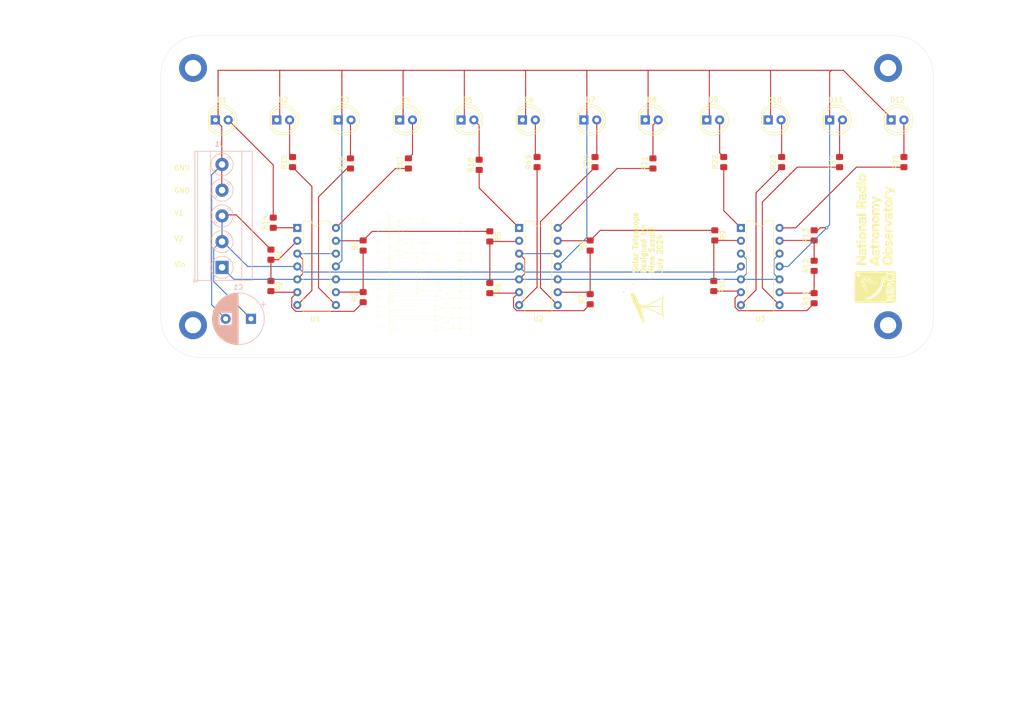
<source format=kicad_pcb>
(kicad_pcb (version 20240108) (generator "pcbnew") (generator_version "8.0")
  (title_block (title "Op amp, level comparator, LED") (date "2024-07-08") (rev "1.0") (company "National Radio Astronomy Observatory, Hina Suzuki"))
  (layers (0 "F.Cu" signal) (31 "B.Cu" signal) (34 "B.Paste" user) (35 "F.Paste" user) (36 "B.SilkS" user "B.Silkscreen") (37 "F.SilkS" user "F.Silkscreen") (38 "B.Mask" user) (39 "F.Mask" user) (44 "Edge.Cuts" user))
  (net 0 "")
  (net 1 "Net-(D1-A)")
  (net 2 "GND")
  (net 3 "Net-(D2-A)")
  (net 4 "Net-(D3-A)")
  (net 5 "Net-(D4-A)")
  (net 6 "Net-(D5-A)")
  (net 7 "Net-(D6-A)")
  (net 8 "Net-(D7-A)")
  (net 9 "Net-(D8-A)")
  (net 10 "Net-(D9-A)")
  (net 11 "Net-(D10-A)")
  (net 12 "Net-(D11-A)")
  (net 13 "Net-(D12-A)")
  (net 14 "Net-(U1A--)")
  (net 15 "+15VDC")
  (net 16 "Net-(U1B--)")
  (net 17 "Net-(U1C--)")
  (net 18 "Net-(U1D--)")
  (net 19 "Net-(U2A--)")
  (net 20 "Net-(U2B--)")
  (net 21 "Net-(U2C--)")
  (net 22 "Net-(U2D--)")
  (net 23 "Net-(U3A--)")
  (net 24 "Net-(U3B--)")
  (net 25 "Net-(U3C--)")
  (net 26 "Net-(U3D--)")
  (net 27 "Net-(R14-Pad1)")
  (net 28 "Net-(R15-Pad1)")
  (net 29 "Net-(R16-Pad1)")
  (net 30 "Net-(R17-Pad1)")
  (net 31 "Net-(R18-Pad1)")
  (net 32 "Net-(R19-Pad1)")
  (net 33 "Net-(R20-Pad1)")
  (net 34 "Net-(R21-Pad1)")
  (net 35 "Net-(R22-Pad1)")
  (net 36 "Net-(R23-Pad1)")
  (net 37 "Net-(R24-Pad1)")
  (net 38 "Net-(R25-Pad1)")
  (net 39 "Vin")
  (footprint "Resistor_SMD:R_0805_2012Metric_Pad1.20x1.40mm_HandSolder" (layer "F.Cu") (at 103.415 92.21 90)
    (property "Reference" "R4" (at 0 -1.65 90) (layer "F.SilkS"))
    (property "Value" "1k")
    (pad "1" smd roundrect (at -1 0 90) (size 1.2 1.4) (layers "F.Cu" "F.Paste" "F.Mask") (roundrect_rratio 0.208333) (net 17 "Net-(U1C--)"))
    (pad "2" smd roundrect (at 1 0 90) (size 1.2 1.4) (layers "F.Cu" "F.Paste" "F.Mask") (roundrect_rratio 0.208333) (net 18 "Net-(U1D--)"))
  )
  (footprint "Resistor_SMD:R_0805_2012Metric_Pad1.20x1.40mm_HandSolder" (layer "F.Cu") (at 148.215 92.21 90)
    (property "Reference" "R8" (at 0 -1.65 90) (layer "F.SilkS"))
    (property "Value" "1k")
    (pad "1" smd roundrect (at -1 0 90) (size 1.2 1.4) (layers "F.Cu" "F.Paste" "F.Mask") (roundrect_rratio 0.208333) (net 21 "Net-(U2C--)"))
    (pad "2" smd roundrect (at 1 0 90) (size 1.2 1.4) (layers "F.Cu" "F.Paste" "F.Mask") (roundrect_rratio 0.208333) (net 22 "Net-(U2D--)"))
  )
  (footprint "Resistor_SMD:R_0805_2012Metric_Pad1.20x1.40mm_HandSolder" (layer "F.Cu") (at 85.215 100.21 -90)
    (property "Reference" "R2" (at 0 -1.65 90) (layer "F.SilkS"))
    (property "Value" "1k")
    (pad "1" smd roundrect (at -1 0 270) (size 1.2 1.4) (layers "F.Cu" "F.Paste" "F.Mask") (roundrect_rratio 0.208333) (net 14 "Net-(U1A--)"))
    (pad "2" smd roundrect (at 1 0 270) (size 1.2 1.4) (layers "F.Cu" "F.Paste" "F.Mask") (roundrect_rratio 0.208333) (net 16 "Net-(U1B--)"))
  )
  (footprint "LED_THT:LED_D5.0mm" (layer "F.Cu") (at 134.858635 67.41)
    (property "Reference" "D6" (at 1.27 -3.96 0) (layer "F.SilkS"))
    (property "Value" "LED")
    (pad "1" thru_hole rect (at 0 0) (size 1.8 1.8) (drill 0.9) (layers "*.Cu" "*.Mask") (net 2 "GND"))
    (pad "2" thru_hole circle (at 2.54 0) (size 1.8 1.8) (drill 0.9) (layers "*.Cu" "*.Mask") (net 7 "Net-(D6-A)"))
  )
  (footprint "Resistor_SMD:R_0805_2012Metric_Pad1.20x1.40mm_HandSolder" (layer "F.Cu") (at 103.415 102.41 90)
    (property "Reference" "R3" (at 0 -1.65 90) (layer "F.SilkS"))
    (property "Value" "1k")
    (pad "1" smd roundrect (at -1 0 90) (size 1.2 1.4) (layers "F.Cu" "F.Paste" "F.Mask") (roundrect_rratio 0.208333) (net 16 "Net-(U1B--)"))
    (pad "2" smd roundrect (at 1 0 90) (size 1.2 1.4) (layers "F.Cu" "F.Paste" "F.Mask") (roundrect_rratio 0.208333) (net 17 "Net-(U1C--)"))
  )
  (footprint "LED_THT:LED_D5.0mm" (layer "F.Cu") (at 207.595 67.41)
    (property "Reference" "D12" (at 1.27 -3.96 0) (layer "F.SilkS"))
    (property "Value" "LED")
    (pad "1" thru_hole rect (at 0 0) (size 1.8 1.8) (drill 0.9) (layers "*.Cu" "*.Mask") (net 2 "GND"))
    (pad "2" thru_hole circle (at 2.54 0) (size 1.8 1.8) (drill 0.9) (layers "*.Cu" "*.Mask") (net 13 "Net-(D12-A)"))
  )
  (footprint "LED_THT:LED_D5.0mm" (layer "F.Cu") (at 74.245 67.41)
    (property "Reference" "D1" (at 1.27 -3.96 0) (layer "F.SilkS"))
    (property "Value" "LED")
    (pad "1" thru_hole rect (at 0 0) (size 1.8 1.8) (drill 0.9) (layers "*.Cu" "*.Mask") (net 2 "GND"))
    (pad "2" thru_hole circle (at 2.54 0) (size 1.8 1.8) (drill 0.9) (layers "*.Cu" "*.Mask") (net 1 "Net-(D1-A)"))
  )
  (footprint "MountingHole:MountingHole_3.2mm_M3_ISO14580_Pad" (layer "F.Cu") (at 69.85 57.15)
    (property "Reference" "REF**" (hide yes))
    (property "Value" "MountingHole_3.2mm_M3_ISO14580_Pad")
    (pad "1" thru_hole circle (at 0 0) (size 5.5 5.5) (drill 3.2) (layers "*.Cu" "*.Mask"))
  )
  (footprint "MountingHole:MountingHole_3.2mm_M3_ISO14580_Pad" (layer "F.Cu") (at 207.01 57.15)
    (property "Reference" "REF**" (hide yes))
    (property "Value" "MountingHole_3.2mm_M3_ISO14580_Pad")
    (pad "1" thru_hole circle (at 0 0) (size 5.5 5.5) (drill 3.2) (layers "*.Cu" "*.Mask"))
  )
  (footprint "Resistor_SMD:R_0805_2012Metric_Pad1.20x1.40mm_HandSolder" (layer "F.Cu") (at 174.575 75.73 90)
    (property "Reference" "R22" (at 0 -1.65 90) (layer "F.SilkS"))
    (property "Value" "511")
    (pad "1" smd roundrect (at -1 0 90) (size 1.2 1.4) (layers "F.Cu" "F.Paste" "F.Mask") (roundrect_rratio 0.208333) (net 35 "Net-(R22-Pad1)"))
    (pad "2" smd roundrect (at 1 0 90) (size 1.2 1.4) (layers "F.Cu" "F.Paste" "F.Mask") (roundrect_rratio 0.208333) (net 10 "Net-(D9-A)"))
  )
  (footprint "Resistor_SMD:R_0805_2012Metric_Pad1.20x1.40mm_HandSolder" (layer "F.Cu") (at 192.415 90.21 90)
    (property "Reference" "R13" (at 0 -1.65 90) (layer "F.SilkS"))
    (property "Value" "1k" (hide yes))
    (pad "1" smd roundrect (at -1 0 90) (size 1.2 1.4) (layers "F.Cu" "F.Paste" "F.Mask") (roundrect_rratio 0.208333) (net 26 "Net-(U3D--)"))
    (pad "2" smd roundrect (at 1 0 90) (size 1.2 1.4) (layers "F.Cu" "F.Paste" "F.Mask") (roundrect_rratio 0.208333) (net 2 "GND"))
  )
  (footprint "footprints:telescope_0.6x0.6" (layer "F.Cu") (at 158.75 102.87 90)
    (property "Reference" "G***" (hide yes))
    (property "Value" "LOGO" (hide yes))
  )
  (footprint "Resistor_SMD:R_0805_2012Metric_Pad1.20x1.40mm_HandSolder" (layer "F.Cu") (at 197.435 75.73 90)
    (property "Reference" "R24" (at 0 -1.65 90) (layer "F.SilkS"))
    (property "Value" "511")
    (pad "1" smd roundrect (at -1 0 90) (size 1.2 1.4) (layers "F.Cu" "F.Paste" "F.Mask") (roundrect_rratio 0.208333) (net 37 "Net-(R24-Pad1)"))
    (pad "2" smd roundrect (at 1 0 90) (size 1.2 1.4) (layers "F.Cu" "F.Paste" "F.Mask") (roundrect_rratio 0.208333) (net 12 "Net-(D11-A)"))
  )
  (footprint "Resistor_SMD:R_0805_2012Metric_Pad1.20x1.40mm_HandSolder" (layer "F.Cu") (at 100.915 76 90)
    (property "Reference" "R16" (at 0 -1.65 90) (layer "F.SilkS"))
    (property "Value" "511")
    (pad "1" smd roundrect (at -1 0 90) (size 1.2 1.4) (layers "F.Cu" "F.Paste" "F.Mask") (roundrect_rratio 0.208333) (net 29 "Net-(R16-Pad1)"))
    (pad "2" smd roundrect (at 1 0 90) (size 1.2 1.4) (layers "F.Cu" "F.Paste" "F.Mask") (roundrect_rratio 0.208333) (net 4 "Net-(D3-A)"))
  )
  (footprint "Resistor_SMD:R_0805_2012Metric_Pad1.20x1.40mm_HandSolder" (layer "F.Cu") (at 89.485 75.73 90)
    (property "Reference" "R15" (at 0 -1.65 90) (layer "F.SilkS"))
    (property "Value" "511")
    (pad "1" smd roundrect (at -1 0 90) (size 1.2 1.4) (layers "F.Cu" "F.Paste" "F.Mask") (roundrect_rratio 0.208333) (net 28 "Net-(R15-Pad1)"))
    (pad "2" smd roundrect (at 1 0 90) (size 1.2 1.4) (layers "F.Cu" "F.Paste" "F.Mask") (roundrect_rratio 0.208333) (net 3 "Net-(D2-A)"))
  )
  (footprint "Package_DIP:DIP-14_W7.62mm" (layer "F.Cu") (at 90.42 88.73)
    (property "Reference" "U1" (at 3.56 17.95 0) (layer "F.SilkS"))
    (property "Value" "LM324")
    (pad "1" thru_hole rect (at 0 0) (size 1.6 1.6) (drill 0.8) (layers "*.Cu" "*.Mask") (net 27 "Net-(R14-Pad1)"))
    (pad "2" thru_hole oval (at 0 2.54) (size 1.6 1.6) (drill 0.8) (layers "*.Cu" "*.Mask") (net 14 "Net-(U1A--)"))
    (pad "3" thru_hole oval (at 0 5.08) (size 1.6 1.6) (drill 0.8) (layers "*.Cu" "*.Mask") (net 39 "Vin"))
    (pad "4" thru_hole oval (at 0 7.62) (size 1.6 1.6) (drill 0.8) (layers "*.Cu" "*.Mask") (net 15 "+15VDC"))
    (pad "5" thru_hole oval (at 0 10.16) (size 1.6 1.6) (drill 0.8) (layers "*.Cu" "*.Mask") (net 39 "Vin"))
    (pad "6" thru_hole oval (at 0 12.7) (size 1.6 1.6) (drill 0.8) (layers "*.Cu" "*.Mask") (net 16 "Net-(U1B--)"))
    (pad "7" thru_hole oval (at 0 15.24) (size 1.6 1.6) (drill 0.8) (layers "*.Cu" "*.Mask") (net 28 "Net-(R15-Pad1)"))
    (pad "8" thru_hole oval (at 7.62 15.24) (size 1.6 1.6) (drill 0.8) (layers "*.Cu" "*.Mask") (net 29 "Net-(R16-Pad1)"))
    (pad "9" thru_hole oval (at 7.62 12.7) (size 1.6 1.6) (drill 0.8) (layers "*.Cu" "*.Mask") (net 17 "Net-(U1C--)"))
    (pad "10" thru_hole oval (at 7.62 10.16) (size 1.6 1.6) (drill 0.8) (layers "*.Cu" "*.Mask") (net 39 "Vin"))
    (pad "11" thru_hole oval (at 7.62 7.62) (size 1.6 1.6) (drill 0.8) (layers "*.Cu" "*.Mask") (net 2 "GND"))
    (pad "12" thru_hole oval (at 7.62 5.08) (size 1.6 1.6) (drill 0.8) (layers "*.Cu" "*.Mask") (net 39 "Vin"))
    (pad "13" thru_hole oval (at 7.62 2.54) (size 1.6 1.6) (drill 0.8) (layers "*.Cu" "*.Mask") (net 18 "Net-(U1D--)"))
    (pad "14" thru_hole oval (at 7.62 0) (size 1.6 1.6) (drill 0.8) (layers "*.Cu" "*.Mask") (net 30 "Net-(R17-Pad1)"))
  )
  (footprint "Resistor_SMD:R_0805_2012Metric_Pad1.20x1.40mm_HandSolder" (layer "F.Cu") (at 172.815 90.21 -90)
    (property "Reference" "R9" (at 0 -1.65 90) (layer "F.SilkS"))
    (property "Value" "1k")
    (pad "1" smd roundrect (at -1 0 270) (size 1.2 1.4) (layers "F.Cu" "F.Paste" "F.Mask") (roundrect_rratio 0.208333) (net 22 "Net-(U2D--)"))
    (pad "2" smd roundrect (at 1 0 270) (size 1.2 1.4) (layers "F.Cu" "F.Paste" "F.Mask") (roundrect_rratio 0.208333) (net 23 "Net-(U3A--)"))
  )
  (footprint "Resistor_SMD:R_0805_2012Metric_Pad1.20x1.40mm_HandSolder" (layer "F.Cu") (at 160.605 76 90)
    (property "Reference" "R21" (at 0 -1.65 90) (layer "F.SilkS"))
    (property "Value" "511")
    (pad "1" smd roundrect (at -1 0 90) (size 1.2 1.4) (layers "F.Cu" "F.Paste" "F.Mask") (roundrect_rratio 0.208333) (net 34 "Net-(R21-Pad1)"))
    (pad "2" smd roundrect (at 1 0 90) (size 1.2 1.4) (layers "F.Cu" "F.Paste" "F.Mask") (roundrect_rratio 0.208333) (net 9 "Net-(D8-A)"))
  )
  (footprint "Resistor_SMD:R_0805_2012Metric_Pad1.20x1.40mm_HandSolder" (layer "F.Cu") (at 126.315 76.27 90)
    (property "Reference" "R18" (at 0 -1.65 90) (layer "F.SilkS"))
    (property "Value" "511")
    (pad "1" smd roundrect (at -1 0 90) (size 1.2 1.4) (layers "F.Cu" "F.Paste" "F.Mask") (roundrect_rratio 0.208333) (net 31 "Net-(R18-Pad1)"))
    (pad "2" smd roundrect (at 1 0 90) (size 1.2 1.4) (layers "F.Cu" "F.Paste" "F.Mask") (roundrect_rratio 0.208333) (net 6 "Net-(D5-A)"))
  )
  (footprint "LED_THT:LED_D5.0mm" (layer "F.Cu") (at 86.367727 67.41)
    (property "Reference" "D2" (at 1.27 -3.96 0) (layer "F.SilkS"))
    (property "Value" "LED")
    (pad "1" thru_hole rect (at 0 0) (size 1.8 1.8) (drill 0.9) (layers "*.Cu" "*.Mask") (net 2 "GND"))
    (pad "2" thru_hole circle (at 2.54 0) (size 1.8 1.8) (drill 0.9) (layers "*.Cu" "*.Mask") (net 3 "Net-(D2-A)"))
  )
  (footprint "Resistor_SMD:R_0805_2012Metric_Pad1.20x1.40mm_HandSolder" (layer "F.Cu") (at 210.135 75.73 90)
    (property "Reference" "R25" (at 0 -1.65 90) (layer "F.SilkS"))
    (property "Value" "511")
    (pad "1" smd roundrect (at -1 0 90) (size 1.2 1.4) (layers "F.Cu" "F.Paste" "F.Mask") (roundrect_rratio 0.208333) (net 38 "Net-(R25-Pad1)"))
    (pad "2" smd roundrect (at 1 0 90) (size 1.2 1.4) (layers "F.Cu" "F.Paste" "F.Mask") (roundrect_rratio 0.208333) (net 13 "Net-(D12-A)"))
  )
  (footprint "LED_THT:LED_D5.0mm" (layer "F.Cu") (at 122.735908 67.41)
    (property "Reference" "D5" (at 1.27 -3.96 0) (layer "F.SilkS"))
    (property "Value" "LED")
    (pad "1" thru_hole rect (at 0 0) (size 1.8 1.8) (drill 0.9) (layers "*.Cu" "*.Mask") (net 2 "GND"))
    (pad "2" thru_hole circle (at 2.54 0) (size 1.8 1.8) (drill 0.9) (layers "*.Cu" "*.Mask") (net 6 "Net-(D5-A)"))
  )
  (footprint "Resistor_SMD:R_0805_2012Metric_Pad1.20x1.40mm_HandSolder" (layer "F.Cu") (at 137.745 75.73 90)
    (property "Reference" "R19" (at 0 -1.65 90) (layer "F.SilkS"))
    (property "Value" "511")
    (pad "1" smd roundrect (at -1 0 90) (size 1.2 1.4) (layers "F.Cu" "F.Paste" "F.Mask") (roundrect_rratio 0.208333) (net 32 "Net-(R19-Pad1)"))
    (pad "2" smd roundrect (at 1 0 90) (size 1.2 1.4) (layers "F.Cu" "F.Paste" "F.Mask") (roundrect_rratio 0.208333) (net 7 "Net-(D6-A)"))
  )
  (footprint "Package_DIP:DIP-14_W7.62mm" (layer "F.Cu") (at 134.195 88.73)
    (property "Reference" "U2" (at 3.81 17.95 0) (layer "F.SilkS"))
    (property "Value" "LM324")
    (pad "1" thru_hole rect (at 0 0) (size 1.6 1.6) (drill 0.8) (layers "*.Cu" "*.Mask") (net 31 "Net-(R18-Pad1)"))
    (pad "2" thru_hole oval (at 0 2.54) (size 1.6 1.6) (drill 0.8) (layers "*.Cu" "*.Mask") (net 19 "Net-(U2A--)"))
    (pad "3" thru_hole oval (at 0 5.08) (size 1.6 1.6) (drill 0.8) (layers "*.Cu" "*.Mask") (net 39 "Vin"))
    (pad "4" thru_hole oval (at 0 7.62) (size 1.6 1.6) (drill 0.8) (layers "*.Cu" "*.Mask") (net 15 "+15VDC"))
    (pad "5" thru_hole oval (at 0 10.16) (size 1.6 1.6) (drill 0.8) (layers "*.Cu" "*.Mask") (net 39 "Vin"))
    (pad "6" thru_hole oval (at 0 12.7) (size 1.6 1.6) (drill 0.8) (layers "*.Cu" "*.Mask") (net 20 "Net-(U2B--)"))
    (pad "7" thru_hole oval (at 0 15.24) (size 1.6 1.6) (drill 0.8) (layers "*.Cu" "*.Mask") (net 32 "Net-(R19-Pad1)"))
    (pad "8" thru_hole oval (at 7.62 15.24) (size 1.6 1.6) (drill 0.8) (layers "*.Cu" "*.Mask") (net 33 "Net-(R20-Pad1)"))
    (pad "9" thru_hole oval (at 7.62 12.7) (size 1.6 1.6) (drill 0.8) (layers "*.Cu" "*.Mask") (net 21 "Net-(U2C--)"))
    (pad "10" thru_hole oval (at 7.62 10.16) (size 1.6 1.6) (drill 0.8) (layers "*.Cu" "*.Mask") (net 39 "Vin"))
    (pad "11" thru_hole oval (at 7.62 7.62) (size 1.6 1.6) (drill 0.8) (layers "*.Cu" "*.Mask") (net 2 "GND"))
    (pad "12" thru_hole oval (at 7.62 5.08) (size 1.6 1.6) (drill 0.8) (layers "*.Cu" "*.Mask") (net 39 "Vin"))
    (pad "13" thru_hole oval (at 7.62 2.54) (size 1.6 1.6) (drill 0.8) (layers "*.Cu" "*.Mask") (net 22 "Net-(U2D--)"))
    (pad "14" thru_hole oval (at 7.62 0) (size 1.6 1.6) (drill 0.8) (layers "*.Cu" "*.Mask") (net 34 "Net-(R21-Pad1)"))
  )
  (footprint "Resistor_SMD:R_0805_2012Metric_Pad1.20x1.40mm_HandSolder" (layer "F.Cu") (at 148.215 102.81 90)
    (property "Reference" "R7" (at 0 -1.65 90) (layer "F.SilkS"))
    (property "Value" "1k")
    (pad "1" smd roundrect (at -1 0 90) (size 1.2 1.4) (layers "F.Cu" "F.Paste" "F.Mask") (roundrect_rratio 0.208333) (net 20 "Net-(U2B--)"))
    (pad "2" smd roundrect (at 1 0 90) (size 1.2 1.4) (layers "F.Cu" "F.Paste" "F.Mask") (roundrect_rratio 0.208333) (net 21 "Net-(U2C--)"))
  )
  (footprint "Resistor_SMD:R_0805_2012Metric_Pad1.20x1.40mm_HandSolder" (layer "F.Cu") (at 112.345 76 90)
    (property "Reference" "R17" (at 0 -1.65 90) (layer "F.SilkS"))
    (property "Value" "511")
    (pad "1" smd roundrect (at -1 0 90) (size 1.2 1.4) (layers "F.Cu" "F.Paste" "F.Mask") (roundrect_rratio 0.208333) (net 30 "Net-(R17-Pad1)"))
    (pad "2" smd roundrect (at 1 0 90) (size 1.2 1.4) (layers "F.Cu" "F.Paste" "F.Mask") (roundrect_rratio 0.208333) (net 5 "Net-(D4-A)"))
  )
  (footprint "LED_THT:LED_D5.0mm" (layer "F.Cu") (at 183.349543 67.41)
    (property "Reference" "D10" (at 1.27 -3.96 0) (layer "F.SilkS"))
    (property "Value" "LED")
    (pad "1" thru_hole rect (at 0 0) (size 1.8 1.8) (drill 0.9) (layers "*.Cu" "*.Mask") (net 2 "GND"))
    (pad "2" thru_hole circle (at 2.54 0) (size 1.8 1.8) (drill 0.9) (layers "*.Cu" "*.Mask") (net 11 "Net-(D10-A)"))
  )
  (footprint "LED_THT:LED_D5.0mm" (layer "F.Cu") (at 146.981362 67.41)
    (property "Reference" "D7" (at 1.27 -3.96 0) (layer "F.SilkS"))
    (property "Value" "LED")
    (pad "1" thru_hole rect (at 0 0) (size 1.8 1.8) (drill 0.9) (layers "*.Cu" "*.Mask") (net 2 "GND"))
    (pad "2" thru_hole circle (at 2.54 0) (size 1.8 1.8) (drill 0.9) (layers "*.Cu" "*.Mask") (net 8 "Net-(D7-A)"))
  )
  (footprint "Resistor_SMD:R_0805_2012Metric_Pad1.20x1.40mm_HandSolder" (layer "F.Cu") (at 172.615 100.21 -90)
    (property "Reference" "R10" (at 0 -1.65 90) (layer "F.SilkS"))
    (property "Value" "1k")
    (pad "1" smd roundrect (at -1 0 270) (size 1.2 1.4) (layers "F.Cu" "F.Paste" "F.Mask") (roundrect_rratio 0.208333) (net 23 "Net-(U3A--)"))
    (pad "2" smd roundrect (at 1 0 270) (size 1.2 1.4) (layers "F.Cu" "F.Paste" "F.Mask") (roundrect_rratio 0.208333) (net 24 "Net-(U3B--)"))
  )
  (footprint "Package_DIP:DIP-14_W7.62mm" (layer "F.Cu") (at 177.97 88.73)
    (property "Reference" "U3" (at 3.81 17.95 0) (layer "F.SilkS"))
    (property "Value" "LM324")
    (pad "1" thru_hole rect (at 0 0) (size 1.6 1.6) (drill 0.8) (layers "*.Cu" "*.Mask") (net 35 "Net-(R22-Pad1)"))
    (pad "2" thru_hole oval (at 0 2.54) (size 1.6 1.6) (drill 0.8) (layers "*.Cu" "*.Mask") (net 23 "Net-(U3A--)"))
    (pad "3" thru_hole oval (at 0 5.08) (size 1.6 1.6) (drill 0.8) (layers "*.Cu" "*.Mask") (net 39 "Vin"))
    (pad "4" thru_hole oval (at 0 7.62) (size 1.6 1.6) (drill 0.8) (layers "*.Cu" "*.Mask") (net 15 "+15VDC"))
    (pad "5" thru_hole oval (at 0 10.16) (size 1.6 1.6) (drill 0.8) (layers "*.Cu" "*.Mask") (net 39 "Vin"))
    (pad "6" thru_hole oval (at 0 12.7) (size 1.6 1.6) (drill 0.8) (layers "*.Cu" "*.Mask") (net 24 "Net-(U3B--)"))
    (pad "7" thru_hole oval (at 0 15.24) (size 1.6 1.6) (drill 0.8) (layers "*.Cu" "*.Mask") (net 36 "Net-(R23-Pad1)"))
    (pad "8" thru_hole oval (at 7.62 15.24) (size 1.6 1.6) (drill 0.8) (layers "*.Cu" "*.Mask") (net 37 "Net-(R24-Pad1)"))
    (pad "9" thru_hole oval (at 7.62 12.7) (size 1.6 1.6) (drill 0.8) (layers "*.Cu" "*.Mask") (net 25 "Net-(U3C--)"))
    (pad "10" thru_hole oval (at 7.62 10.16) (size 1.6 1.6) (drill 0.8) (layers "*.Cu" "*.Mask") (net 39 "Vin"))
    (pad "11" thru_hole oval (at 7.62 7.62) (size 1.6 1.6) (drill 0.8) (layers "*.Cu" "*.Mask") (net 2 "GND"))
    (pad "12" thru_hole oval (at 7.62 5.08) (size 1.6 1.6) (drill 0.8) (layers "*.Cu" "*.Mask") (net 39 "Vin"))
    (pad "13" thru_hole oval (at 7.62 2.54) (size 1.6 1.6) (drill 0.8) (layers "*.Cu" "*.Mask") (net 26 "Net-(U3D--)"))
    (pad "14" thru_hole oval (at 7.62 0) (size 1.6 1.6) (drill 0.8) (layers "*.Cu" "*.Mask") (net 38 "Net-(R25-Pad1)"))
  )
  (footprint "Resistor_SMD:R_0805_2012Metric_Pad1.20x1.40mm_HandSolder" (layer "F.Cu") (at 128.415 90.41 -90)
    (property "Reference" "R5" (at 0 -1.65 90) (layer "F.SilkS"))
    (property "Value" "1k")
    (pad "1" smd roundrect (at -1 0 270) (size 1.2 1.4) (layers "F.Cu" "F.Paste" "F.Mask") (roundrect_rratio 0.208333) (net 18 "Net-(U1D--)"))
    (pad "2" smd roundrect (at 1 0 270) (size 1.2 1.4) (layers "F.Cu" "F.Paste" "F.Mask") (roundrect_rratio 0.208333) (net 19 "Net-(U2A--)"))
  )
  (footprint "MountingHole:MountingHole_3.2mm_M3_ISO14580_Pad" (layer "F.Cu") (at 207.01 107.95)
    (property "Reference" "REF**" (hide yes))
    (property "Value" "MountingHole_3.2mm_M3_ISO14580_Pad")
    (pad "1" thru_hole circle (at 0 0) (size 5.5 5.5) (drill 3.2) (layers "*.Cu" "*.Mask"))
  )
  (footprint "LED_THT:LED_D5.0mm" (layer "F.Cu") (at 195.47227 67.41)
    (property "Reference" "D11" (at 1.27 -3.96 0) (layer "F.SilkS"))
    (property "Value" "LED")
    (pad "1" thru_hole rect (at 0 0) (size 1.8 1.8) (drill 0.9) (layers "*.Cu" "*.Mask") (net 2 "GND"))
    (pad "2" thru_hole circle (at 2.54 0) (size 1.8 1.8) (drill 0.9) (layers "*.Cu" "*.Mask") (net 12 "Net-(D11-A)"))
  )
  (footprint "MountingHole:MountingHole_3.2mm_M3_ISO14580_Pad" (layer "F.Cu") (at 69.85 107.95)
    (property "Reference" "REF**" (hide yes))
    (property "Value" "MountingHole_3.2mm_M3_ISO14580_Pad")
    (pad "1" thru_hole circle (at 0 0) (size 5.5 5.5) (drill 3.2) (layers "*.Cu" "*.Mask"))
  )
  (footprint "Resistor_SMD:R_0805_2012Metric_Pad1.20x1.40mm_HandSolder" (layer "F.Cu") (at 85.675 87.7 90)
    (property "Reference" "R14" (at 0 -1.65 90) (layer "F.SilkS"))
    (property "Value" "511")
    (pad "1" smd roundrect (at -1 0 90) (size 1.2 1.4) (layers "F.Cu" "F.Paste" "F.Mask") (roundrect_rratio 0.208333) (net 27 "Net-(R14-Pad1)"))
    (pad "2" smd roundrect (at 1 0 90) (size 1.2 1.4) (layers "F.Cu" "F.Paste" "F.Mask") (roundrect_rratio 0.208333) (net 1 "Net-(D1-A)"))
  )
  (footprint "Resistor_SMD:R_0805_2012Metric_Pad1.20x1.40mm_HandSolder" (layer "F.Cu") (at 192.415 96.21 90)
    (property "Reference" "R12" (at 0 -1.65 90) (layer "F.SilkS"))
    (property "Value" "1k")
    (pad "1" smd roundrect (at -1 0 90) (size 1.2 1.4) (layers "F.Cu" "F.Paste" "F.Mask") (roundrect_rratio 0.208333) (net 25 "Net-(U3C--)"))
    (pad "2" smd roundrect (at 1 0 90) (size 1.2 1.4) (layers "F.Cu" "F.Paste" "F.Mask") (roundrect_rratio 0.208333) (net 26 "Net-(U3D--)"))
  )
  (footprint "Resistor_SMD:R_0805_2012Metric_Pad1.20x1.40mm_HandSolder" (layer "F.Cu") (at 85.215 94.01 -90)
    (property "Reference" "R1" (at 0 -1.65 90) (layer "F.SilkS"))
    (property "Value" "48k")
    (pad "1" smd roundrect (at -1 0 270) (size 1.2 1.4) (layers "F.Cu" "F.Paste" "F.Mask") (roundrect_rratio 0.208333) (net 15 "+15VDC"))
    (pad "2" smd roundrect (at 1 0 270) (size 1.2 1.4) (layers "F.Cu" "F.Paste" "F.Mask") (roundrect_rratio 0.208333) (net 14 "Net-(U1A--)"))
  )
  (footprint "Resistor_SMD:R_0805_2012Metric_Pad1.20x1.40mm_HandSolder" (layer "F.Cu") (at 128.415 100.61 -90)
    (property "Reference" "R6" (at 0 -1.65 90) (layer "F.SilkS"))
    (property "Value" "1k")
    (pad "1" smd roundrect (at -1 0 270) (size 1.2 1.4) (layers "F.Cu" "F.Paste" "F.Mask") (roundrect_rratio 0.208333) (net 19 "Net-(U2A--)"))
    (pad "2" smd roundrect (at 1 0 270) (size 1.2 1.4) (layers "F.Cu" "F.Paste" "F.Mask") (roundrect_rratio 0.208333) (net 20 "Net-(U2B--)"))
  )
  (footprint "LED_THT:LED_D5.0mm" (layer "F.Cu") (at 98.490454 67.41)
    (property "Reference" "D3" (at 1.27 -3.96 0) (layer "F.SilkS"))
    (property "Value" "LED")
    (pad "1" thru_hole rect (at 0 0) (size 1.8 1.8) (drill 0.9) (layers "*.Cu" "*.Mask") (net 2 "GND"))
    (pad "2" thru_hole circle (at 2.54 0) (size 1.8 1.8) (drill 0.9) (layers "*.Cu" "*.Mask") (net 4 "Net-(D3-A)"))
  )
  (footprint "Resistor_SMD:R_0805_2012Metric_Pad1.20x1.40mm_HandSolder" (layer "F.Cu") (at 192.415 102.61 90)
    (property "Reference" "R11" (at 0 -1.65 90) (layer "F.SilkS"))
    (property "Value" "1k")
    (pad "1" smd roundrect (at -1 0 90) (size 1.2 1.4) (layers "F.Cu" "F.Paste" "F.Mask") (roundrect_rratio 0.208333) (net 24 "Net-(U3B--)"))
    (pad "2" smd roundrect (at 1 0 90) (size 1.2 1.4) (layers "F.Cu" "F.Paste" "F.Mask") (roundrect_rratio 0.208333) (net 25 "Net-(U3C--)"))
  )
  (footprint "LED_THT:LED_D5.0mm" (layer "F.Cu") (at 110.613181 67.41)
    (property "Reference" "D4" (at 1.27 -3.96 0) (layer "F.SilkS"))
    (property "Value" "LED")
    (pad "1" thru_hole rect (at 0 0) (size 1.8 1.8) (drill 0.9) (layers "*.Cu" "*.Mask") (net 2 "GND"))
    (pad "2" thru_hole circle (at 2.54 0) (size 1.8 1.8) (drill 0.9) (layers "*.Cu" "*.Mask") (net 5 "Net-(D4-A)"))
  )
  (footprint "LED_THT:LED_D5.0mm" (layer "F.Cu") (at 171.226816 67.41)
    (property "Reference" "D9" (at 1.27 -3.96 0) (layer "F.SilkS"))
    (property "Value" "LED")
    (pad "1" thru_hole rect (at 0 0) (size 1.8 1.8) (drill 0.9) (layers "*.Cu" "*.Mask") (net 2 "GND"))
    (pad "2" thru_hole circle (at 2.54 0) (size 1.8 1.8) (drill 0.9) (layers "*.Cu" "*.Mask") (net 10 "Net-(D9-A)"))
  )
  (footprint "Resistor_SMD:R_0805_2012Metric_Pad1.20x1.40mm_HandSolder" (layer "F.Cu") (at 149.175 75.73 90)
    (property "Reference" "R20" (at 0 -1.65 90) (layer "F.SilkS"))
    (property "Value" "511")
    (pad "1" smd roundrect (at -1 0 90) (size 1.2 1.4) (layers "F.Cu" "F.Paste" "F.Mask") (roundrect_rratio 0.208333) (net 33 "Net-(R20-Pad1)"))
    (pad "2" smd roundrect (at 1 0 90) (size 1.2 1.4) (layers "F.Cu" "F.Paste" "F.Mask") (roundrect_rratio 0.208333) (net 8 "Net-(D7-A)"))
  )
  (footprint "LED_THT:LED_D5.0mm" (layer "F.Cu") (at 159.104089 67.41)
    (property "Reference" "D8" (at 1.27 -3.96 0) (layer "F.SilkS"))
    (property "Value" "LED")
    (pad "1" thru_hole rect (at 0 0) (size 1.8 1.8) (drill 0.9) (layers "*.Cu" "*.Mask") (net 2 "GND"))
    (pad "2" thru_hole circle (at 2.54 0) (size 1.8 1.8) (drill 0.9) (layers "*.Cu" "*.Mask") (net 9 "Net-(D8-A)"))
  )
  (footprint "footprints:nrao_1.0x0.32" (layer "F.Cu") (at 204.47 90.805 90)
    (property "Reference" "G***" (hide yes))
    (property "Value" "LOGO" (hide yes))
  )
  (footprint "footprints:schematic_0.8x1.03" (layer "F.Cu") (at 114.935 98.425)
    (property "Reference" "G***" (hide yes))
    (property "Value" "LOGO" (hide yes))
  )
  (footprint "Resistor_SMD:R_0805_2012Metric_Pad1.20x1.40mm_HandSolder" (layer "F.Cu") (at 186.005 75.73 90)
    (property "Reference" "R23" (at 0 -1.65 90) (layer "F.SilkS"))
    (property "Value" "511")
    (pad "1" smd roundrect (at -1 0 90) (size 1.2 1.4) (layers "F.Cu" "F.Paste" "F.Mask") (roundrect_rratio 0.208333) (net 36 "Net-(R23-Pad1)"))
    (pad "2" smd roundrect (at 1 0 90) (size 1.2 1.4) (layers "F.Cu" "F.Paste" "F.Mask") (roundrect_rratio 0.208333) (net 11 "Net-(D10-A)"))
  )
  (footprint "TerminalBlock_Phoenix:TerminalBlock_Phoenix_MKDS-3-5-5.08_1x05_P5.08mm_Horizontal" (layer "B.Cu") (at 75.565 96.52 90)
    (property "Reference" "J1" (at 24.33 -0.585 0) (layer "B.SilkS") (effects (justify mirror)))
    (property "Value" "Screw_Terminal_01x05")
    (pad "1" thru_hole rect (at 0 0 90) (size 2.6 2.6) (drill 1.3) (layers "*.Cu" "*.Mask") (net 39 "Vin"))
    (pad "2" thru_hole circle (at 5.08 0 90) (size 2.6 2.6) (drill 1.3) (layers "*.Cu" "*.Mask") (net 15 "+15VDC"))
    (pad "3" thru_hole circle (at 10.16 0 90) (size 2.6 2.6) (drill 1.3) (layers "*.Cu" "*.Mask") (net 15 "+15VDC"))
    (pad "4" thru_hole circle (at 15.24 0 90) (size 2.6 2.6) (drill 1.3) (layers "*.Cu" "*.Mask") (net 2 "GND"))
    (pad "5" thru_hole circle (at 20.32 0 90) (size 2.6 2.6) (drill 1.3) (layers "*.Cu" "*.Mask") (net 2 "GND"))
  )
  (footprint "Capacitor_THT:CP_Radial_D10.0mm_P5.00mm" (layer "B.Cu") (at 81.28 106.68 180)
    (property "Reference" "C1" (at 2.5 6.25 0) (layer "B.SilkS") (effects (justify mirror)))
    (property "Value" "1m")
    (pad "1" thru_hole rect (at 0 0 180) (size 2 2) (drill 1) (layers "*.Cu" "*.Mask") (net 15 "+15VDC"))
    (pad "2" thru_hole circle (at 5 0 180) (size 2 2) (drill 1) (layers "*.Cu" "*.Mask") (net 2 "GND"))
  )
  (gr_arc (start 63.5 58.42) (mid 65.731846 53.031846) (end 71.12 50.8) (stroke (width 0.05)) (layer "Edge.Cuts"))
  (gr_line (start 71.12 50.8) (end 208.28 50.8) (stroke (width 0.05)) (layer "Edge.Cuts"))
  (gr_arc (start 208.28 50.8) (mid 213.668154 53.031846) (end 215.9 58.42) (stroke (width 0.05)) (layer "Edge.Cuts"))
  (gr_arc (start 215.9 106.68) (mid 213.668154 112.068154) (end 208.28 114.3) (stroke (width 0.05)) (layer "Edge.Cuts"))
  (gr_line (start 63.5 106.68) (end 63.5 58.42) (stroke (width 0.05)) (layer "Edge.Cuts"))
  (gr_line (start 71.12 114.3) (end 208.28 114.3) (stroke (width 0.05)) (layer "Edge.Cuts"))
  (gr_line (start 215.9 106.68) (end 215.9 63.5) (stroke (width 0.05)) (layer "Edge.Cuts"))
  (gr_line (start 215.9 58.42) (end 215.9 63.5) (stroke (width 0.05)) (layer "Edge.Cuts"))
  (gr_arc (start 71.12 114.3) (mid 65.731846 112.068154) (end 63.5 106.68) (stroke (width 0.05)) (layer "Edge.Cuts"))
  (gr_text "V1" (at 66.04 86.36 0) (layer "F.SilkS") (effects (font (size 1 1)) (justify left bottom)))
  (gr_text "GND" (at 66.04 81.915 0) (layer "F.SilkS") (effects (font (size 1 1)) (justify left bottom)))
  (gr_text "Solar Telescope\nDesigned by:\nHina Suzuki\nJuly 2024" (at 162.56 97.79 90) (layer "F.SilkS") (effects (font (size 1 1) (thickness 0.25) (bold yes)) (justify left bottom)))
  (gr_text "Vin" (at 66.04 96.52 0) (layer "F.SilkS") (effects (font (size 1 1)) (justify left bottom)))
  (gr_text "V2" (at 66.04 91.44 0) (layer "F.SilkS") (effects (font (size 1 1)) (justify left bottom)))
  (gr_text "GND" (at 66.04 77.47 0) (layer "F.SilkS") (effects (font (size 1 1)) (justify left bottom)))
  (segment (start 85.675 86.7) (end 85.675 76.3) (width 0.2) (layer "F.Cu") (net 1))
  (segment (start 85.675 76.3) (end 76.785 67.41) (width 0.2) (layer "F.Cu") (net 1))
  (segment (start 83.815 57.61) (end 86.945 57.61) (width 0.2) (layer "F.Cu") (net 2))
  (segment (start 74.015 68.18728) (end 74.79228 67.41) (width 0.2) (layer "F.Cu") (net 2))
  (segment (start 86.945 57.61) (end 87.215 57.61) (width 0.2) (layer "F.Cu") (net 2))
  (segment (start 123.387732 67.41) (end 123.387732 57.637268) (width 0.2) (layer "F.Cu") (net 2))
  (segment (start 198.19228 57.61) (end 207.99228 67.41) (width 0.2) (layer "F.Cu") (net 2))
  (segment (start 159.646821 57.641821) (end 159.615 57.61) (width 0.2) (layer "F.Cu") (net 2))
  (segment (start 74.79228 57.63272) (end 74.815 57.61) (width 0.2) (layer "F.Cu") (net 2))
  (segment (start 109.615 57.61) (end 111.415 57.61) (width 0.2) (layer "F.Cu") (net 2))
  (segment (start 194.895 88.7) (end 193.625 88.7) (width 0.2) (layer "F.Cu") (net 2))
  (segment (start 111.301369 57.723631) (end 111.415 57.61) (width 0.2) (layer "F.Cu") (net 2))
  (segment (start 170.415 57.61) (end 171.815 57.61) (width 0.2) (layer "F.Cu") (net 2))
  (segment (start 99.215006 67.41) (end 99.215006 57.610006) (width 0.2) (layer "F.Cu") (net 2))
  (segment (start 75.515 76) (end 75.515 81.08) (width 0.2) (layer "F.Cu") (net 2))
  (segment (start 135.215 57.61) (end 135.415 57.61) (width 0.2) (layer "F.Cu") (net 2))
  (segment (start 135.415 57.61) (end 147.015 57.61) (width 0.2) (layer "F.Cu") (net 2))
  (segment (start 193.115 89.21) (end 192.415 89.21) (width 0.2) (layer "F.Cu") (net 2))
  (segment (start 159.415 57.61) (end 159.615 57.61) (width 0.2) (layer "F.Cu") (net 2))
  (segment (start 183.819547 67.41) (end 183.819547 57.614547) (width 0.2) (layer "F.Cu") (net 2))
  (segment (start 123.387732 57.637268) (end 123.415 57.61) (width 0.2) (layer "F.Cu") (net 2))
  (segment (start 198.015 57.61) (end 198.19228 57.61) (width 0.2) (layer "F.Cu") (net 2))
  (segment (start 171.815 57.61) (end 183.615 57.61) (width 0.2) (layer "F.Cu") (net 2))
  (segment (start 185.59 96.35) (end 185.83 96.11) (width 0.2) (layer "F.Cu") (net 2))
  (segment (start 75.515 68.68) (end 74.245 67.41) (width 0.2) (layer "F.Cu") (net 2))
  (segment (start 74.79228 67.41) (end 74.79228 57.63272) (width 0.2) (layer "F.Cu") (net 2))
  (segment (start 147.415 57.61) (end 159.415 57.61) (width 0.2) (layer "F.Cu") (net 2))
  (segment (start 195.47227 57.95273) (end 195.815 57.61) (width 0.2) (layer "F.Cu") (net 2))
  (segment (start 99.215 57.61) (end 109.615 57.61) (width 0.2) (layer "F.Cu") (net 2))
  (segment (start 111.301369 67.41) (end 111.301369 57.723631) (width 0.2) (layer "F.Cu") (net 2))
  (segment (start 87.215 57.61) (end 97.015 57.61) (width 0.2) (layer "F.Cu") (net 2))
  (segment (start 97.015 57.61) (end 99.215 57.61) (width 0.2) (layer "F.Cu") (net 2))
  (segment (start 74.815 57.61) (end 83.815 57.61) (width 0.2) (layer "F.Cu") (net 2))
  (segment (start 123.415 57.61) (end 135.215 57.61) (width 0.2) (layer "F.Cu") (net 2))
  (segment (start 99.215006 57.610006) (end 99.215 57.61) (width 0.2) (layer "F.Cu") (net 2))
  (segment (start 195.815 57.61) (end 198.015 57.61) (width 0.2) (layer "F.Cu") (net 2))
  (segment (start 147.015 57.61) (end 147.415 57.61) (width 0.2) (layer "F.Cu") (net 2))
  (segment (start 135.474095 67.41) (end 135.474095 57.669095) (width 0.2) (layer "F.Cu") (net 2))
  (segment (start 86.945 67.41) (end 86.945 57.61) (width 0.2) (layer "F.Cu") (net 2))
  (segment (start 111.415 57.61) (end 123.415 57.61) (width 0.2) (layer "F.Cu") (net 2))
  (segment (start 135.474095 57.669095) (end 135.415 57.61) (width 0.2) (layer "F.Cu") (net 2))
  (segment (start 159.615 57.61) (end 170.415 57.61) (width 0.2) (layer "F.Cu") (net 2))
  (segment (start 159.646821 67.41) (end 159.646821 57.641821) (width 0.2) (layer "F.Cu") (net 2))
  (segment (start 195.47227 67.41) (end 195.47227 57.95273) (width 0.2) (layer "F.Cu") (net 2))
  (segment (start 147.560458 57.755458) (end 147.415 57.61) (width 0.2) (layer "F.Cu") (net 2))
  (segment (start 75.515 76) (end 75.515 68.68) (width 0.2) (layer "F.Cu") (net 2))
  (segment (start 183.615 57.61) (end 183.815 57.61) (width 0.2) (layer "F.Cu") (net 2))
  (segment (start 193.625 88.7) (end 193.115 89.21) (width 0.2) (layer "F.Cu") (net 2))
  (segment (start 147.560458 67.41) (end 147.560458 57.755458) (width 0.2) (layer "F.Cu") (net 2))
  (segment (start 171.733184 67.41) (end 171.733184 57.691816) (width 0.2) (layer "F.Cu") (net 2))
  (segment (start 183.815 57.61) (end 195.815 57.61) (width 0.2) (layer "F.Cu") (net 2))
  (segment (start 171.733184 57.691816) (end 171.815 57.61) (width 0.2) (layer "F.Cu") (net 2))
  (segment (start 183.819547 57.614547) (end 183.815 57.61) (width 0.2) (layer "F.Cu") (net 2))
  (via (at 194.895 88.7) (size 0.6) (drill 0.3) (layers "F.Cu" "B.Cu") (net 2))
  (segment (start 73.515 103.915) (end 76.28 106.68) (width 0.2) (layer "B.Cu") (net 2))
  (segment (start 195.47227 88.12273) (end 194.895 88.7) (width 0.2) (layer "B.Cu") (net 2))
  (segment (start 99.215006 95.174994) (end 99.215006 67.41) (width 0.2) (layer "B.Cu") (net 2))
  (segment (start 98.04 96.35) (end 99.215006 95.174994) (width 0.2) (layer "B.Cu") (net 2))
  (segment (start 147.560458 67.41) (end 147.560458 90.604542) (width 0.2) (layer "B.Cu") (net 2))
  (segment (start 73.515 78.25) (end 73.515 103.915) (width 0.2) (layer "B.Cu") (net 2))
  (segment (start 194.895 88.7) (end 187.245 96.35) (width 0.2) (layer "B.Cu") (net 2))
  (segment (start 195.47227 67.41) (end 195.47227 88.12273) (width 0.2) (layer "B.Cu") (net 2))
  (segment (start 147.560458 90.604542) (end 141.815 96.35) (width 0.2) (layer "B.Cu") (net 2))
  (segment (start 75.565 76.2) (end 73.515 78.25) (width 0.2) (layer "B.Cu") (net 2))
  (segment (start 187.245 96.35) (end 185.59 96.35) (width 0.2) (layer "B.Cu") (net 2))
  (segment (start 88.907727 74.152727) (end 89.485 74.73) (width 0.2) (layer "F.Cu") (net 3))
  (segment (start 88.907727 67.41) (end 88.907727 74.152727) (width 0.2) (layer "F.Cu") (net 3))
  (segment (start 100.915 67.525454) (end 101.030454 67.41) (width 0.2) (layer "F.Cu") (net 4))
  (segment (start 100.915 75) (end 100.915 67.525454) (width 0.2) (layer "F.Cu") (net 4))
  (segment (start 113.153181 74.191819) (end 112.345 75) (width 0.2) (layer "F.Cu") (net 5))
  (segment (start 113.153181 67.41) (end 113.153181 74.191819) (width 0.2) (layer "F.Cu") (net 5))
  (segment (start 126.315 75.27) (end 126.315 68.449092) (width 0.2) (layer "F.Cu") (net 6))
  (segment (start 126.315 68.449092) (end 125.275908 67.41) (width 0.2) (layer "F.Cu") (net 6))
  (segment (start 137.398635 74.383635) (end 137.745 74.73) (width 0.2) (layer "F.Cu") (net 7))
  (segment (start 137.398635 67.41) (end 137.398635 74.383635) (width 0.2) (layer "F.Cu") (net 7))
  (segment (start 149.521362 67.41) (end 149.521362 74.383638) (width 0.2) (layer "F.Cu") (net 8))
  (segment (start 149.521362 74.383638) (end 149.175 74.73) (width 0.2) (layer "F.Cu") (net 8))
  (segment (start 160.605 68.449089) (end 160.605 75) (width 0.2) (layer "F.Cu") (net 9))
  (segment (start 161.644089 67.41) (end 160.605 68.449089) (width 0.2) (layer "F.Cu") (net 9))
  (segment (start 173.766816 73.921816) (end 174.575 74.73) (width 0.2) (layer "F.Cu") (net 10))
  (segment (start 173.766816 67.41) (end 173.766816 73.921816) (width 0.2) (layer "F.Cu") (net 10))
  (segment (start 186.005 74.73) (end 186.005 67.525457) (width 0.2) (layer "F.Cu") (net 11))
  (segment (start 186.005 67.525457) (end 185.889543 67.41) (width 0.2) (layer "F.Cu") (net 11))
  (segment (start 197.435 74.73) (end 197.435 67.98727) (width 0.2) (layer "F.Cu") (net 12))
  (segment (start 197.435 67.98727) (end 198.01227 67.41) (width 0.2) (layer "F.Cu") (net 12))
  (segment (start 210.135 67.41) (end 210.135 74.73) (width 0.2) (layer "F.Cu") (net 13))
  (segment (start 85.215 95.01) (end 86.68 95.01) (width 0.2) (layer "F.Cu") (net 14))
  (segment (start 86.68 95.01) (end 90.42 91.27) (width 0.2) (layer "F.Cu") (net 14))
  (segment (start 85.215 99.21) (end 85.215 95.01) (width 0.2) (layer "F.Cu") (net 14))
  (segment (start 75.515 86.16) (end 78.365 86.16) (width 0.2) (layer "F.Cu") (net 15))
  (segment (start 78.365 86.16) (end 85.215 93.01) (width 0.2) (layer "F.Cu") (net 15))
  (segment (start 73.915 99.315) (end 73.915 92.84) (width 0.2) (layer "B.Cu") (net 15))
  (segment (start 75.565 86.36) (end 75.565 91.44) (width 0.2) (layer "B.Cu") (net 15))
  (segment (start 81.28 106.68) (end 73.915 99.315) (width 0.2) (layer "B.Cu") (net 15))
  (segment (start 176.87 97.45) (end 177.97 96.35) (width 0.2) (layer "B.Cu") (net 15))
  (segment (start 133.095 97.45) (end 134.195 96.35) (width 0.2) (layer "B.Cu") (net 15))
  (segment (start 90.42 96.35) (end 91.52 97.45) (width 0.2) (layer "B.Cu") (net 15))
  (segment (start 90.42 96.35) (end 80.625 96.35) (width 0.2) (layer "B.Cu") (net 15))
  (segment (start 80.625 96.35) (end 75.515 91.24) (width 0.2) (layer "B.Cu") (net 15))
  (segment (start 73.915 92.84) (end 75.515 91.24) (width 0.2) (layer "B.Cu") (net 15))
  (segment (start 134.195 96.35) (end 135.295 97.45) (width 0.2) (layer "B.Cu") (net 15))
  (segment (start 135.295 97.45) (end 176.87 97.45) (width 0.2) (layer "B.Cu") (net 15))
  (segment (start 91.52 97.45) (end 133.095 97.45) (width 0.2) (layer "B.Cu") (net 15))
  (segment (start 90.104365 105.21) (end 89.32 104.425635) (width 0.2) (layer "F.Cu") (net 16))
  (segment (start 90.42 101.43) (end 85.435 101.43) (width 0.2) (layer "F.Cu") (net 16))
  (segment (start 101.615 105.21) (end 90.104365 105.21) (width 0.2) (layer "F.Cu") (net 16))
  (segment (start 85.435 101.43) (end 85.215 101.21) (width 0.2) (layer "F.Cu") (net 16))
  (segment (start 89.32 104.425635) (end 89.32 102.53) (width 0.2) (layer "F.Cu") (net 16))
  (segment (start 103.415 103.41) (end 101.615 105.21) (width 0.2) (layer "F.Cu") (net 16))
  (segment (start 89.32 102.53) (end 90.42 101.43) (width 0.2) (layer "F.Cu") (net 16))
  (segment (start 98.06 101.41) (end 98.04 101.43) (width 0.2) (layer "F.Cu") (net 17))
  (segment (start 103.415 101.41) (end 103.415 93.21) (width 0.2) (layer "F.Cu") (net 17))
  (segment (start 103.415 101.41) (end 98.06 101.41) (width 0.2) (layer "F.Cu") (net 17))
  (segment (start 98.04 91.27) (end 103.355 91.27) (width 0.2) (layer "F.Cu") (net 18))
  (segment (start 103.355 91.27) (end 103.415 91.21) (width 0.2) (layer "F.Cu") (net 18))
  (segment (start 128.415 89.41) (end 105.215 89.41) (width 0.2) (layer "F.Cu") (net 18))
  (segment (start 105.215 89.41) (end 103.415 91.21) (width 0.2) (layer "F.Cu") (net 18))
  (segment (start 134.055 91.41) (end 134.195 91.27) (width 0.2) (layer "F.Cu") (net 19))
  (segment (start 128.415 91.41) (end 134.055 91.41) (width 0.2) (layer "F.Cu") (net 19))
  (segment (start 128.415 91.41) (end 128.415 99.61) (width 0.2) (layer "F.Cu") (net 19))
  (segment (start 133.095 102.53) (end 134.195 101.43) (width 0.2) (layer "F.Cu") (net 20))
  (segment (start 146.955 105.07) (end 133.739365 105.07) (width 0.2) (layer "F.Cu") (net 20))
  (segment (start 133.739365 105.07) (end 133.095 104.425635) (width 0.2) (layer "F.Cu") (net 20))
  (segment (start 134.015 101.61) (end 134.195 101.43) (width 0.2) (layer "F.Cu") (net 20))
  (segment (start 133.095 104.425635) (end 133.095 102.53) (width 0.2) (layer "F.Cu") (net 20))
  (segment (start 128.415 101.61) (end 134.015 101.61) (width 0.2) (layer "F.Cu") (net 20))
  (segment (start 148.215 103.81) (end 146.955 105.07) (width 0.2) (layer "F.Cu") (net 20))
  (segment (start 147.835 101.43) (end 148.215 101.81) (width 0.2) (layer "F.Cu") (net 21))
  (segment (start 141.815 101.43) (end 147.835 101.43) (width 0.2) (layer "F.Cu") (net 21))
  (segment (start 148.215 93.21) (end 148.215 101.81) (width 0.2) (layer "F.Cu") (net 21))
  (segment (start 172.815 89.21) (end 150.215 89.21) (width 0.2) (layer "F.Cu") (net 22))
  (segment (start 147.815 91.21) (end 147.755 91.27) (width 0.2) (layer "F.Cu") (net 22))
  (segment (start 147.755 91.27) (end 141.815 91.27) (width 0.2) (layer "F.Cu") (net 22))
  (segment (start 150.215 89.21) (end 148.215 91.21) (width 0.2) (layer "F.Cu") (net 22))
  (segment (start 148.215 91.21) (end 147.815 91.21) (width 0.2) (layer "F.Cu") (net 22))
  (segment (start 172.615 99.21) (end 172.615 91.41) (width 0.2) (layer "F.Cu") (net 23))
  (segment (start 172.815 91.21) (end 177.91 91.21) (width 0.2) (layer "F.Cu") (net 23))
  (segment (start 172.615 91.41) (end 172.815 91.21) (width 0.2) (layer "F.Cu") (net 23))
  (segment (start 177.91 91.21) (end 177.97 91.27) (width 0.2) (layer "F.Cu") (net 23))
  (segment (start 172.615 101.21) (end 177.75 101.21) (width 0.2) (layer "F.Cu") (net 24))
  (segment (start 177.75 101.21) (end 177.97 101.43) (width 0.2) (layer "F.Cu") (net 24))
  (segment (start 176.815 102.585) (end 177.97 101.43) (width 0.2) (layer "F.Cu") (net 24))
  (segment (start 190.955 105.07) (end 177.514365 105.07) (width 0.2) (layer "F.Cu") (net 24))
  (segment (start 177.514365 105.07) (end 176.815 104.370635) (width 0.2) (layer "F.Cu") (net 24))
  (segment (start 192.415 103.61) (end 190.955 105.07) (width 0.2) (layer "F.Cu") (net 24))
  (segment (start 176.815 104.370635) (end 176.815 102.585) (width 0.2) (layer "F.Cu") (net 24))
  (segment (start 192.415 97.21) (end 192.415 101.61) (width 0.2) (layer "F.Cu") (net 25))
  (segment (start 192.415 101.61) (end 185.77 101.61) (width 0.2) (layer "F.Cu") (net 25))
  (segment (start 185.77 101.61) (end 185.59 101.43) (width 0.2) (layer "F.Cu") (net 25))
  (segment (start 192.415 91.21) (end 185.65 91.21) (width 0.2) (layer "F.Cu") (net 26))
  (segment (start 185.65 91.21) (end 185.59 91.27) (width 0.2) (layer "F.Cu") (net 26))
  (segment (start 192.415 95.21) (end 192.415 91.21) (width 0.2) (layer "F.Cu") (net 26))
  (segment (start 85.675 88.7) (end 90.39 88.7) (width 0.2) (layer "F.Cu") (net 27))
  (segment (start 90.39 88.7) (end 90.42 88.73) (width 0.2) (layer "F.Cu") (net 27))
  (segment (start 93.295 80.54) (end 93.295 101.095) (width 0.2) (layer "F.Cu") (net 28))
  (segment (start 93.295 101.095) (end 90.42 103.97) (width 0.2) (layer "F.Cu") (net 28))
  (segment (start 89.485 76.73) (end 93.295 80.54) (width 0.2) (layer "F.Cu") (net 28))
  (segment (start 94.615 100.545) (end 98.04 103.97) (width 0.2) (layer "F.Cu") (net 29))
  (segment (start 100.215 77) (end 94.615 82.6) (width 0.2) (layer "F.Cu") (net 29))
  (segment (start 100.915 77) (end 100.215 77) (width 0.2) (layer "F.Cu") (net 29))
  (segment (start 94.615 82.6) (end 94.615 100.545) (width 0.2) (layer "F.Cu") (net 29))
  (segment (start 109.77 77) (end 98.04 88.73) (width 0.2) (layer "F.Cu") (net 30))
  (segment (start 112.345 77) (end 109.77 77) (width 0.2) (layer "F.Cu") (net 30))
  (segment (start 126.315 77.27) (end 126.315 80.85) (width 0.2) (layer "F.Cu") (net 31))
  (segment (start 126.315 80.85) (end 134.195 88.73) (width 0.2) (layer "F.Cu") (net 31))
  (segment (start 137.745 100.42) (end 134.195 103.97) (width 0.2) (layer "F.Cu") (net 32))
  (segment (start 137.745 76.73) (end 137.745 100.42) (width 0.2) (layer "F.Cu") (net 32))
  (segment (start 138.415 100.57) (end 141.815 103.97) (width 0.2) (layer "F.Cu") (net 33))
  (segment (start 138.415 87.41) (end 138.415 97.59) (width 0.2) (layer "F.Cu") (net 33))
  (segment (start 149.175 76.73) (end 138.415 87.49) (width 0.2) (layer "F.Cu") (net 33))
  (segment (start 138.415 87.49) (end 138.415 97.59) (width 0.2) (layer "F.Cu") (net 33))
  (segment (start 138.415 97.59) (end 138.415 100.57) (width 0.2) (layer "F.Cu") (net 33))
  (segment (start 160.605 77) (end 153.545 77) (width 0.2) (layer "F.Cu") (net 34))
  (segment (start 153.545 77) (end 141.815 88.73) (width 0.2) (layer "F.Cu") (net 34))
  (segment (start 174.575 85.335) (end 177.97 88.73) (width 0.2) (layer "F.Cu") (net 35))
  (segment (start 174.575 76.73) (end 174.575 85.335) (width 0.2) (layer "F.Cu") (net 35))
  (segment (start 180.948333 100.991667) (end 177.97 103.97) (width 0.2) (layer "F.Cu") (net 36))
  (segment (start 180.948333 81.786667) (end 180.948333 100.991667) (width 0.2) (layer "F.Cu") (net 36))
  (segment (start 186.005 76.73) (end 180.948333 81.786667) (width 0.2) (layer "F.Cu") (net 36))
  (segment (start 197.435 76.73) (end 189.085 76.73) (width 0.2) (layer "F.Cu") (net 37))
  (segment (start 182.195 100.575) (end 185.59 103.97) (width 0.2) (layer "F.Cu") (net 37))
  (segment (start 189.085 76.73) (end 182.195 83.62) (width 0.2) (layer "F.Cu") (net 37))
  (segment (start 182.195 83.62) (end 182.195 100.575) (width 0.2) (layer "F.Cu") (net 37))
  (segment (start 200.765635 76.73) (end 188.765635 88.73) (width 0.2) (layer "F.Cu") (net 38))
  (segment (start 188.765635 88.73) (end 185.59 88.73) (width 0.2) (layer "F.Cu") (net 38))
  (segment (start 210.135 76.73) (end 200.765635 76.73) (width 0.2) (layer "F.Cu") (net 38))
  (segment (start 177.97 98.89) (end 177.55 99.31) (width 0.2) (layer "F.Cu") (net 39))
  (segment (start 90.42 93.81) (end 91.52 94.91) (width 0.2) (layer "F.Cu") (net 39))
  (segment (start 91.52 94.91) (end 91.52 97.79) (width 0.2) (layer "F.Cu") (net 39))
  (segment (start 91.52 97.79) (end 90.42 98.89) (width 0.2) (layer "F.Cu") (net 39))
  (segment (start 135.295 97.79) (end 134.195 98.89) (width 0.2) (layer "F.Cu") (net 39))
  (segment (start 134.195 93.81) (end 135.295 94.91) (width 0.2) (layer "F.Cu") (net 39))
  (segment (start 135.295 94.91) (end 135.295 97.79) (width 0.2) (layer "F.Cu") (net 39))
  (segment (start 98.04 93.81) (end 90.42 93.81) (width 0.2) (layer "B.Cu") (net 39))
  (segment (start 75.565 96.52) (end 77.935 98.89) (width 0.2) (layer "B.Cu") (net 39))
  (segment (start 184.49 94.91) (end 184.49 97.79) (width 0.2) (layer "B.Cu") (net 39))
  (segment (start 141.815 93.81) (end 134.195 93.81) (width 0.2) (layer "B.Cu") (net 39))
  (segment (start 184.49 97.79) (end 185.59 98.89) (width 0.2) (layer "B.Cu") (net 39))
  (segment (start 98.04 98.89) (end 134.195 98.89) (width 0.2) (layer "B.Cu") (net 39))
  (segment (start 134.195 98.89) (end 141.815 98.89) (width 0.2) (layer "B.Cu") (net 39))
  (segment (start 141.815 98.89) (end 177.97 98.89) (width 0.2) (layer "B.Cu") (net 39))
  (segment (start 179.07 97.79) (end 177.97 98.89) (width 0.2) (layer "B.Cu") (net 39))
  (segment (start 77.935 98.89) (end 90.42 98.89) (width 0.2) (layer "B.Cu") (net 39))
  (segment (start 179.07 94.91) (end 179.07 97.79) (width 0.2) (layer "B.Cu") (net 39))
  (segment (start 90.42 98.89) (end 98.04 98.89) (width 0.2) (layer "B.Cu") (net 39))
  (segment (start 177.97 98.89) (end 185.59 98.89) (width 0.2) (layer "B.Cu") (net 39))
  (segment (start 185.59 93.81) (end 184.49 94.91) (width 0.2) (layer "B.Cu") (net 39))
  (segment (start 177.97 93.81) (end 179.07 94.91) (width 0.2) (layer "B.Cu") (net 39))
)
</source>
